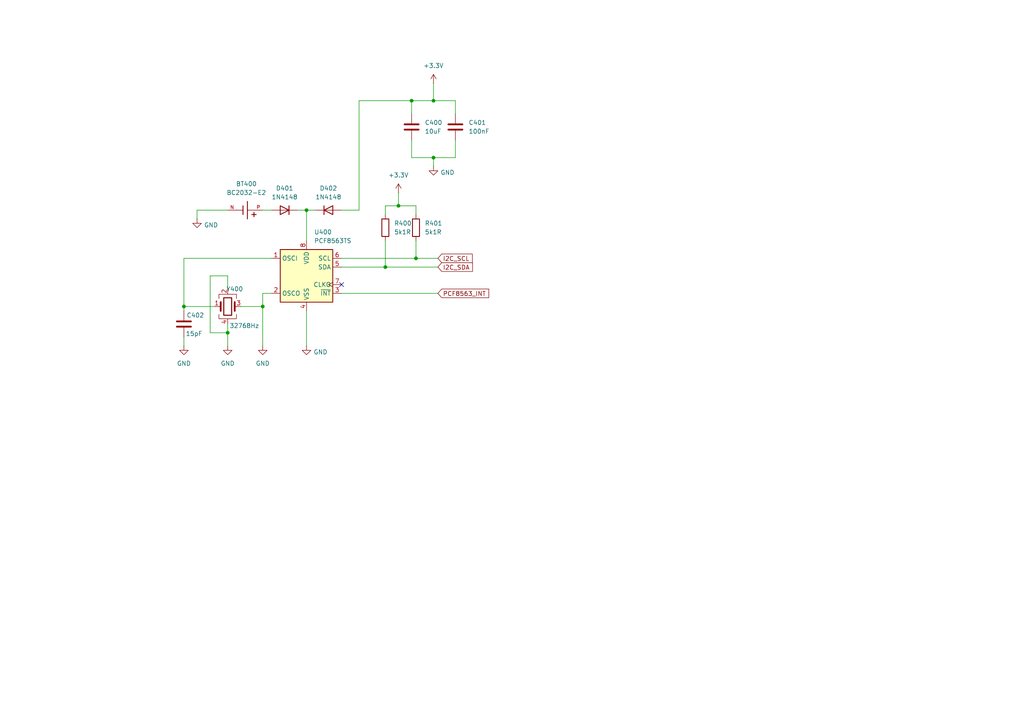
<source format=kicad_sch>
(kicad_sch (version 20231120) (generator "eeschema") (generator_version "8.0")
  (paper "A4")
  (lib_symbols
    (symbol "Device:C" (pin_numbers hide) (pin_names (offset 0.254))
      (property "Reference" "C" (at 0.635 2.54 0))
      (property "Value" "C" (at 0.635 -2.54 0))
      (symbol "C_0_1"
        (polyline (pts (xy -2.032 -0.762) (xy 2.032 -0.762)) (stroke (width 0.508)))
        (polyline (pts (xy -2.032 0.762) (xy 2.032 0.762)) (stroke (width 0.508)))
      )
      (symbol "C_1_1"
        (pin passive line (at 0 3.81 270) (length 2.794) (name "~") (number "1"))
        (pin passive line (at 0 -3.81 90) (length 2.794) (name "~") (number "2"))
      )
    )
    (symbol "Device:Crystal_GND24" (pin_names (offset 1.016) hide)
      (property "Reference" "Y" (at 3.175 5.08 0))
      (property "Value" "Crystal_GND24" (at 3.175 3.175 0))
      (symbol "Crystal_GND24_0_1"
        (rectangle (start -1.143 2.54) (end 1.143 -2.54) (stroke (width 0.3048)))
        (polyline (pts (xy -2.54 0) (xy -2.032 0)))
        (polyline (pts (xy -2.032 -1.27) (xy -2.032 1.27)) (stroke (width 0.508)))
        (polyline (pts (xy 0 -3.81) (xy 0 -3.556)))
        (polyline (pts (xy 0 3.556) (xy 0 3.81)))
        (polyline (pts (xy 2.032 -1.27) (xy 2.032 1.27)) (stroke (width 0.508)))
        (polyline (pts (xy 2.032 0) (xy 2.54 0)))
        (polyline (pts (xy -2.54 -2.286) (xy -2.54 -3.556) (xy 2.54 -3.556) (xy 2.54 -2.286)))
        (polyline (pts (xy -2.54 2.286) (xy -2.54 3.556) (xy 2.54 3.556) (xy 2.54 2.286)))
      )
      (symbol "Crystal_GND24_1_1"
        (pin passive line (at -3.81 0 0) (length 1.27) (name "1") (number "1"))
        (pin passive line (at 0 5.08 270) (length 1.27) (name "2") (number "2"))
        (pin passive line (at 3.81 0 180) (length 1.27) (name "3") (number "3"))
        (pin passive line (at 0 -5.08 90) (length 1.27) (name "4") (number "4"))
      )
    )
    (symbol "Device:D" (pin_numbers hide) (pin_names (offset 1.016) hide)
      (property "Reference" "D" (at 0 2.54 0))
      (property "Value" "D" (at 0 -2.54 0))
      (symbol "D_0_1"
        (polyline (pts (xy -1.27 1.27) (xy -1.27 -1.27)) (stroke (width 0.254)))
        (polyline (pts (xy 1.27 0) (xy -1.27 0)))
        (polyline (pts (xy 1.27 1.27) (xy 1.27 -1.27) (xy -1.27 0) (xy 1.27 1.27)) (stroke (width 0.254)))
      )
      (symbol "D_1_1"
        (pin passive line (at -3.81 0 0) (length 2.54) (name "K") (number "1"))
        (pin passive line (at 3.81 0 180) (length 2.54) (name "A") (number "2"))
      )
    )
    (symbol "Device:R" (pin_numbers hide) (pin_names (offset 0))
      (property "Reference" "R" (at 2.032 0 90))
      (property "Value" "R" (at 0 0 90))
      (symbol "R_0_1"
        (rectangle (start -1.016 -2.54) (end 1.016 2.54) (stroke (width 0.254)))
      )
      (symbol "R_1_1"
        (pin passive line (at 0 3.81 270) (length 1.27) (name "~") (number "1"))
        (pin passive line (at 0 -3.81 90) (length 1.27) (name "~") (number "2"))
      )
    )
    (symbol "Timer_RTC:PCF8563TS"
      (property "Reference" "U" (at -7.62 8.89 0))
      (property "Value" "PCF8563TS" (at 2.54 8.89 0))
      (symbol "PCF8563TS_0_1"
        (rectangle (start -7.62 7.62) (end 7.62 -7.62) (stroke (width 0.254)) (fill (type background)))
      )
      (symbol "PCF8563TS_1_1"
        (pin input line (at -10.16 5.08 0) (length 2.54) (name "OSCI") (number "1"))
        (pin output line (at -10.16 -5.08 0) (length 2.54) (name "OSCO") (number "2"))
        (pin output line (at 10.16 -5.08 180) (length 2.54) (name "~{INT}") (number "3"))
        (pin power_in line (at 0 -10.16 90) (length 2.54) (name "VSS") (number "4"))
        (pin bidirectional line (at 10.16 2.54 180) (length 2.54) (name "SDA") (number "5"))
        (pin input line (at 10.16 5.08 180) (length 2.54) (name "SCL") (number "6"))
        (pin output clock (at 10.16 -2.54 180) (length 2.54) (name "CLKO") (number "7"))
        (pin power_in line (at 0 10.16 270) (length 2.54) (name "VDD") (number "8"))
      )
    )
    (symbol "esp32s3_watches:BC2032-E2" (pin_names (offset 1.016))
      (property "Reference" "BT" (at -5.084 5.084 0))
      (property "Value" "BC2032-E2" (at -5.082 -5.082 0))
      (symbol "BC2032-E2_0_0"
        (polyline (pts (xy -2.54 0) (xy -0.635 0)) (stroke (width 0.1524)))
        (polyline (pts (xy -0.635 0) (xy -0.635 -1.27)) (stroke (width 0.254)))
        (polyline (pts (xy -0.635 1.27) (xy -0.635 0)) (stroke (width 0.254)))
        (polyline (pts (xy 0.635 0) (xy 0.635 -2.54)) (stroke (width 0.254)))
        (polyline (pts (xy 0.635 0) (xy 2.54 0)) (stroke (width 0.1524)))
        (polyline (pts (xy 0.635 2.54) (xy 0.635 0)) (stroke (width 0.254)))
        (polyline (pts (xy 1.905 -1.27) (xy 3.175 -1.27)) (stroke (width 0.254)))
        (polyline (pts (xy 2.54 -0.635) (xy 2.54 -1.905)) (stroke (width 0.254)))
        (pin passive line (at -5.08 0 0) (length 2.54) (name "~") (number "N"))
        (pin passive line (at 5.08 0 180) (length 2.54) (name "~") (number "P"))
      )
    )
    (symbol "power:+3.3V" (power) (pin_numbers hide) (pin_names (offset 0) hide)
      (property "Value" "+3.3V" (at 0 3.556 0))
      (symbol "+3.3V_0_1"
        (polyline (pts (xy -0.762 1.27) (xy 0 2.54)))
        (polyline (pts (xy 0 0) (xy 0 2.54)))
        (polyline (pts (xy 0 2.54) (xy 0.762 1.27)))
      )
      (symbol "+3.3V_1_1"
        (pin power_in line (at 0 0 90) (length 0) (name "~") (number "1"))
      )
    )
    (symbol "power:GND" (power) (pin_numbers hide) (pin_names (offset 0) hide)
      (property "Value" "GND" (at 0 -3.81 0))
      (symbol "GND_0_1"
        (polyline (pts (xy 0 0) (xy 0 -1.27) (xy 1.27 -1.27) (xy 0 -2.54) (xy -1.27 -1.27) (xy 0 -1.27)))
      )
      (symbol "GND_1_1"
        (pin power_in line (at 0 0 270) (length 0) (name "~") (number "1"))
      )
    )
  )
  (junction (at 125.73 29.21))
  (junction (at 111.76 77.47))
  (junction (at 88.9 60.96))
  (junction (at 115.57 59.69))
  (junction (at 53.34 88.9))
  (junction (at 120.65 74.93))
  (junction (at 76.2 88.9))
  (junction (at 66.04 96.52))
  (junction (at 125.73 45.72))
  (junction (at 119.38 29.21))
  (no_connect (at 99.06 82.55))
  (wire (pts (xy 132.08 45.72) (xy 132.08 40.64)))
  (wire (pts (xy 99.06 60.96) (xy 104.14 60.96)))
  (wire (pts (xy 125.73 29.21) (xy 119.38 29.21)))
  (wire (pts (xy 53.34 88.9) (xy 53.34 90.17)))
  (wire (pts (xy 119.38 40.64) (xy 119.38 45.72)))
  (wire (pts (xy 76.2 85.09) (xy 78.74 85.09)))
  (wire (pts (xy 125.73 24.13) (xy 125.73 29.21)))
  (wire (pts (xy 53.34 74.93) (xy 53.34 88.9)))
  (wire (pts (xy 88.9 90.17) (xy 88.9 100.33)))
  (wire (pts (xy 99.06 77.47) (xy 111.76 77.47)))
  (wire (pts (xy 119.38 29.21) (xy 119.38 33.02)))
  (wire (pts (xy 69.85 88.9) (xy 76.2 88.9)))
  (wire (pts (xy 119.38 29.21) (xy 104.14 29.21)))
  (wire (pts (xy 120.65 69.85) (xy 120.65 74.93)))
  (wire (pts (xy 132.08 29.21) (xy 132.08 33.02)))
  (wire (pts (xy 88.9 69.85) (xy 88.9 60.96)))
  (wire (pts (xy 111.76 62.23) (xy 111.76 59.69)))
  (wire (pts (xy 60.96 96.52) (xy 66.04 96.52)))
  (wire (pts (xy 57.15 60.96) (xy 57.15 63.5)))
  (wire (pts (xy 125.73 29.21) (xy 132.08 29.21)))
  (wire (pts (xy 111.76 69.85) (xy 111.76 77.47)))
  (wire (pts (xy 62.23 88.9) (xy 53.34 88.9)))
  (wire (pts (xy 60.96 80.01) (xy 60.96 96.52)))
  (wire (pts (xy 99.06 74.93) (xy 120.65 74.93)))
  (wire (pts (xy 104.14 29.21) (xy 104.14 60.96)))
  (wire (pts (xy 125.73 45.72) (xy 132.08 45.72)))
  (wire (pts (xy 99.06 85.09) (xy 127 85.09)))
  (wire (pts (xy 53.34 97.79) (xy 53.34 100.33)))
  (wire (pts (xy 86.36 60.96) (xy 88.9 60.96)))
  (wire (pts (xy 119.38 45.72) (xy 125.73 45.72)))
  (wire (pts (xy 76.2 88.9) (xy 76.2 100.33)))
  (wire (pts (xy 125.73 48.26) (xy 125.73 45.72)))
  (wire (pts (xy 66.04 80.01) (xy 60.96 80.01)))
  (wire (pts (xy 66.04 60.96) (xy 57.15 60.96)))
  (wire (pts (xy 111.76 59.69) (xy 115.57 59.69)))
  (wire (pts (xy 66.04 93.98) (xy 66.04 96.52)))
  (wire (pts (xy 111.76 77.47) (xy 127 77.47)))
  (wire (pts (xy 66.04 83.82) (xy 66.04 80.01)))
  (wire (pts (xy 120.65 74.93) (xy 127 74.93)))
  (wire (pts (xy 76.2 85.09) (xy 76.2 88.9)))
  (wire (pts (xy 88.9 60.96) (xy 91.44 60.96)))
  (wire (pts (xy 76.2 60.96) (xy 78.74 60.96)))
  (wire (pts (xy 53.34 74.93) (xy 78.74 74.93)))
  (wire (pts (xy 120.65 59.69) (xy 120.65 62.23)))
  (wire (pts (xy 66.04 96.52) (xy 66.04 100.33)))
  (wire (pts (xy 115.57 59.69) (xy 120.65 59.69)))
  (wire (pts (xy 115.57 59.69) (xy 115.57 55.88)))
  (global_label "PCF8563_INT" (shape input) (at 127 85.09 0) (property "Intersheetrefs" "${INTERSHEET_REFS}" (effects (hide yes))))
  (global_label "I2C_SDA" (shape input) (at 127 77.47 0) (property "Intersheetrefs" "${INTERSHEET_REFS}" (effects (hide yes))))
  (global_label "I2C_SCL" (shape input) (at 127 74.93 0) (property "Intersheetrefs" "${INTERSHEET_REFS}" (effects (hide yes))))
  (symbol (lib_id "esp32s3_watches:BC2032-E2") (at 71.12 60.96 0) (unit 1)
    (property "Reference" "BT400" (at 71.4629 53.34 0))
    (property "Value" "BC2032-E2" (at 71.4629 55.88 0))
    (property "Footprint" "esp32s3_watches:MPD_BC2032-E2" (effects (hide yes)))
    (property "PARTREV" "D" (effects (hide yes)))
    (property "STANDARD" "Manufacturer Recommendation" (effects (hide yes)))
    (property "Manufacturer" "MYOUNG" (effects (hide yes)))
    (property "Manufacturer Product Number" "BS-02-A1AJ010" (effects (hide yes)))
  )
  (symbol (lib_id "Device:D") (at 82.55 60.96 180) (unit 1)
    (property "Reference" "D401" (at 82.55 54.61 0))
    (property "Value" "1N4148" (at 82.55 57.15 0))
    (property "Footprint" "Diode_SMD:D_SOD-123" (effects (hide yes)))
    (property "Description" "Diode" (effects (hide yes)))
    (property "Sim.Device" "D" (effects (hide yes)))
    (property "Sim.Pins" "1=K 2=A" (effects (hide yes)))
    (property "Manufacturer" "KUU" (effects (hide yes)))
    (property "Manufacturer Product Number" "1N4148W" (effects (hide yes)))
  )
  (symbol (lib_id "power:GND") (at 125.73 48.26 0) (unit 1)
    (property "Reference" "#PWR078" (effects (hide yes)))
    (property "Value" "GND" (at 129.794 50.038 0))
    (property "Description" "Power symbol creates a global label with name \"GND\" , ground" (effects (hide yes)))
  )
  (symbol (lib_id "Device:D") (at 95.25 60.96 0) (unit 1)
    (property "Reference" "D402" (at 95.25 54.61 0))
    (property "Value" "1N4148" (at 95.25 57.15 0))
    (property "Footprint" "Diode_SMD:D_SOD-123" (effects (hide yes)))
    (property "Description" "Diode" (effects (hide yes)))
    (property "Sim.Device" "D" (effects (hide yes)))
    (property "Sim.Pins" "1=K 2=A" (effects (hide yes)))
    (property "Manufacturer" "KUU" (effects (hide yes)))
    (property "Manufacturer Product Number" "1N4148W" (effects (hide yes)))
  )
  (symbol (lib_id "Timer_RTC:PCF8563TS") (at 88.9 80.01 0) (unit 1)
    (property "Reference" "U400" (at 91.0941 67.31 0) (effects (justify left)))
    (property "Value" "PCF8563TS" (at 91.0941 69.85 0) (effects (justify left)))
    (property "Footprint" "Package_SO:MSOP-8_3x3mm_P0.65mm" (effects (hide yes)))
    (property "Datasheet" "https://www.nxp.com/docs/en/data-sheet/PCF8563.pdf" (effects (hide yes)))
    (property "Description" "Realtime Clock/Calendar I2C Interface, TSSOP-8" (effects (hide yes)))
    (property "Manufacturer" "NXP Semicon" (effects (hide yes)))
    (property "Manufacturer Product Number" "PCF8563TS/5,118" (effects (hide yes)))
  )
  (symbol (lib_id "Device:C") (at 53.34 93.98 0) (unit 1)
    (property "Reference" "C402" (at 54.102 91.44 0) (effects (justify left)))
    (property "Value" "15pF" (at 53.848 96.774 0) (effects (justify left)))
    (property "Footprint" "Capacitor_SMD:C_0603_1608Metric" (effects (hide yes)))
    (property "Description" "Unpolarized capacitor" (effects (hide yes)))
    (property "DigiKey Part Number" "490-11191-6-ND" (effects (hide yes)))
    (property "Manufacturer" "Samsung Electro-Mechanics" (effects (hide yes)))
    (property "Manufacturer Product Number" "CL10C150JB8NNNC" (effects (hide yes)))
  )
  (symbol (lib_id "power:GND") (at 53.34 100.33 0) (unit 1)
    (property "Reference" "#PWR065" (effects (hide yes)))
    (property "Value" "GND" (at 53.34 105.41 0))
    (property "Description" "Power symbol creates a global label with name \"GND\" , ground" (effects (hide yes)))
  )
  (symbol (lib_id "Device:R") (at 111.76 66.04 0) (unit 1)
    (property "Reference" "R400" (at 114.3 64.7699 0) (effects (justify left)))
    (property "Value" "5k1R" (at 114.3 67.3099 0) (effects (justify left)))
    (property "Footprint" "Resistor_SMD:R_0805_2012Metric" (effects (hide yes)))
    (property "Description" "Resistor" (effects (hide yes)))
    (property "Manufacturer" "UNI-ROYAL(Uniroyal Elec) " (effects (hide yes)))
    (property "Manufacturer Product Number" "0805W8F5101T5E" (effects (hide yes)))
  )
  (symbol (lib_id "power:GND") (at 57.15 63.5 0) (unit 1)
    (property "Reference" "#PWR068" (effects (hide yes)))
    (property "Value" "GND" (at 61.214 65.278 0))
    (property "Description" "Power symbol creates a global label with name \"GND\" , ground" (effects (hide yes)))
  )
  (symbol (lib_id "Device:Crystal_GND24") (at 66.04 88.9 0) (unit 1)
    (property "Reference" "Y400" (at 68.072 83.82 0))
    (property "Value" "32768Hz" (at 70.866 94.488 0))
    (property "Footprint" "Crystal:Crystal_SMD_3225-4Pin_3.2x2.5mm" (effects (hide yes)))
    (property "Description" "Four pin crystal, GND on pins 2 and 4" (effects (hide yes)))
    (property "DigiKey Part Number" "535-ASEK-32.768KHZ-L-R-TDKR-ND" (effects (hide yes)))
    (property "Manufacturer" "YXC Crystal Oscillators" (effects (hide yes)))
    (property "Manufacturer Product Number" "OK2EL89CJI-111YLC-32.768K" (effects (hide yes)))
  )
  (symbol (lib_id "power:GND") (at 88.9 100.33 0) (unit 1)
    (property "Reference" "#PWR070" (effects (hide yes)))
    (property "Value" "GND" (at 92.964 102.108 0))
    (property "Description" "Power symbol creates a global label with name \"GND\" , ground" (effects (hide yes)))
  )
  (symbol (lib_id "power:+3.3V") (at 125.73 24.13 0) (unit 1)
    (property "Reference" "#PWR077" (effects (hide yes)))
    (property "Value" "+3.3V" (at 125.73 19.05 0))
    (property "Description" "Power symbol creates a global label with name \"+3.3V\"" (effects (hide yes)))
  )
  (symbol (lib_id "power:+3.3V") (at 115.57 55.88 0) (unit 1)
    (property "Reference" "#PWR062" (effects (hide yes)))
    (property "Value" "+3.3V" (at 115.57 50.8 0))
    (property "Description" "Power symbol creates a global label with name \"+3.3V\"" (effects (hide yes)))
  )
  (symbol (lib_id "power:GND") (at 66.04 100.33 0) (unit 1)
    (property "Reference" "#PWR066" (effects (hide yes)))
    (property "Value" "GND" (at 66.04 105.41 0))
    (property "Description" "Power symbol creates a global label with name \"GND\" , ground" (effects (hide yes)))
  )
  (symbol (lib_id "Device:R") (at 120.65 66.04 0) (unit 1)
    (property "Reference" "R401" (at 123.19 64.7699 0) (effects (justify left)))
    (property "Value" "5k1R" (at 123.19 67.3099 0) (effects (justify left)))
    (property "Footprint" "Resistor_SMD:R_0805_2012Metric" (effects (hide yes)))
    (property "Description" "Resistor" (effects (hide yes)))
    (property "Manufacturer" "UNI-ROYAL(Uniroyal Elec) " (effects (hide yes)))
    (property "Manufacturer Product Number" "0805W8F5101T5E" (effects (hide yes)))
  )
  (symbol (lib_id "power:GND") (at 76.2 100.33 0) (unit 1)
    (property "Reference" "#PWR067" (effects (hide yes)))
    (property "Value" "GND" (at 76.2 105.41 0))
    (property "Description" "Power symbol creates a global label with name \"GND\" , ground" (effects (hide yes)))
  )
  (symbol (lib_id "Device:C") (at 119.38 36.83 0) (unit 1)
    (property "Reference" "C400" (at 123.19 35.5599 0) (effects (justify left)))
    (property "Value" "10uF" (at 123.19 38.0999 0) (effects (justify left)))
    (property "Footprint" "Capacitor_SMD:C_0805_2012Metric" (effects (hide yes)))
    (property "Description" "Unpolarized capacitor" (effects (hide yes)))
    (property "Manufacturer" "Samsung Electro-Mechanics" (effects (hide yes)))
    (property "Manufacturer Product Number" "CL21A106KOQNNNE" (effects (hide yes)))
  )
  (symbol (lib_id "Device:C") (at 132.08 36.83 0) (unit 1)
    (property "Reference" "C401" (at 135.89 35.5599 0) (effects (justify left)))
    (property "Value" "100nF" (at 135.89 38.0999 0) (effects (justify left)))
    (property "Footprint" "Capacitor_SMD:C_0603_1608Metric" (effects (hide yes)))
    (property "Description" "Unpolarized capacitor" (effects (hide yes)))
    (property "Manufacturer" "Samsung Electro-Mechanics" (effects (hide yes)))
    (property "Manufacturer Product Number" "CL10B104KB8NNNC" (effects (hide yes)))
  )
)
</source>
